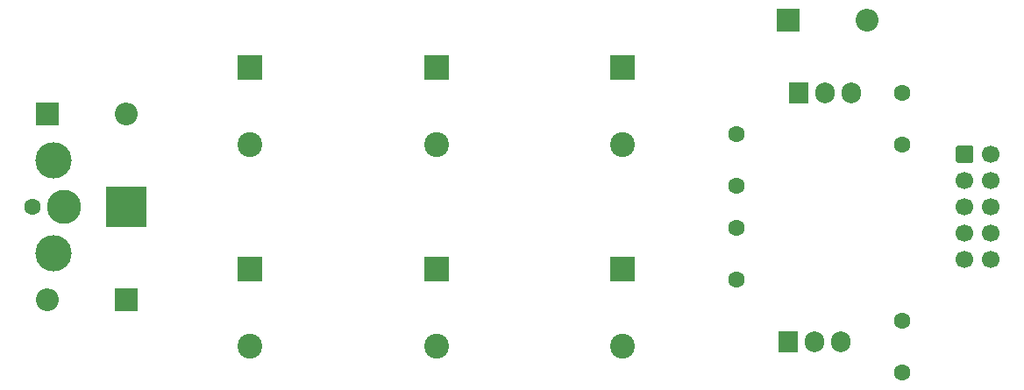
<source format=gbr>
%TF.GenerationSoftware,KiCad,Pcbnew,(5.1.9)-1*%
%TF.CreationDate,2021-02-16T12:42:14-08:00*%
%TF.ProjectId,Bipolar_PS,4269706f-6c61-4725-9f50-532e6b696361,rev?*%
%TF.SameCoordinates,Original*%
%TF.FileFunction,Soldermask,Top*%
%TF.FilePolarity,Negative*%
%FSLAX46Y46*%
G04 Gerber Fmt 4.6, Leading zero omitted, Abs format (unit mm)*
G04 Created by KiCad (PCBNEW (5.1.9)-1) date 2021-02-16 12:42:14*
%MOMM*%
%LPD*%
G01*
G04 APERTURE LIST*
%ADD10C,2.400000*%
%ADD11R,2.400000X2.400000*%
%ADD12C,1.600000*%
%ADD13R,2.200000X2.200000*%
%ADD14O,2.200000X2.200000*%
%ADD15R,4.000000X4.000000*%
%ADD16C,3.300000*%
%ADD17C,3.500000*%
%ADD18C,1.700000*%
%ADD19O,1.905000X2.000000*%
%ADD20R,1.905000X2.000000*%
G04 APERTURE END LIST*
D10*
%TO.C,C1*%
X150000000Y-109000000D03*
D11*
X150000000Y-101500000D03*
%TD*%
D10*
%TO.C,C2*%
X114000000Y-128500000D03*
D11*
X114000000Y-121000000D03*
%TD*%
%TO.C,C3*%
X114000000Y-101500000D03*
D10*
X114000000Y-109000000D03*
%TD*%
D11*
%TO.C,C4*%
X132000000Y-121000000D03*
D10*
X132000000Y-128500000D03*
%TD*%
D11*
%TO.C,C5*%
X132000000Y-101500000D03*
D10*
X132000000Y-109000000D03*
%TD*%
%TO.C,C6*%
X150000000Y-128500000D03*
D11*
X150000000Y-121000000D03*
%TD*%
D12*
%TO.C,C7*%
X161000000Y-108000000D03*
X161000000Y-113000000D03*
%TD*%
%TO.C,C8*%
X161000000Y-117000000D03*
X161000000Y-122000000D03*
%TD*%
%TO.C,C9*%
X177000000Y-109000000D03*
X177000000Y-104000000D03*
%TD*%
%TO.C,C10*%
X177000000Y-131000000D03*
X177000000Y-126000000D03*
%TD*%
D13*
%TO.C,D1*%
X94380000Y-106000000D03*
D14*
X102000000Y-106000000D03*
%TD*%
%TO.C,D2*%
X94380000Y-124000000D03*
D13*
X102000000Y-124000000D03*
%TD*%
%TO.C,D3*%
X166000000Y-97000000D03*
D14*
X173620000Y-97000000D03*
%TD*%
D15*
%TO.C,J1*%
X102000000Y-115000000D03*
D16*
X96000000Y-115000000D03*
D17*
X95000000Y-110500000D03*
X95000000Y-119500000D03*
D12*
X93000000Y-115000000D03*
%TD*%
%TO.C,J2*%
G36*
G01*
X182150000Y-110520000D02*
X182150000Y-109320000D01*
G75*
G02*
X182400000Y-109070000I250000J0D01*
G01*
X183600000Y-109070000D01*
G75*
G02*
X183850000Y-109320000I0J-250000D01*
G01*
X183850000Y-110520000D01*
G75*
G02*
X183600000Y-110770000I-250000J0D01*
G01*
X182400000Y-110770000D01*
G75*
G02*
X182150000Y-110520000I0J250000D01*
G01*
G37*
D18*
X183000000Y-112460000D03*
X183000000Y-115000000D03*
X183000000Y-117540000D03*
X183000000Y-120080000D03*
X185540000Y-109920000D03*
X185540000Y-112460000D03*
X185540000Y-115000000D03*
X185540000Y-117540000D03*
X185540000Y-120080000D03*
%TD*%
D19*
%TO.C,U1*%
X172080000Y-104000000D03*
X169540000Y-104000000D03*
D20*
X167000000Y-104000000D03*
%TD*%
%TO.C,U2*%
X166000000Y-128000000D03*
D19*
X168540000Y-128000000D03*
X171080000Y-128000000D03*
%TD*%
M02*

</source>
